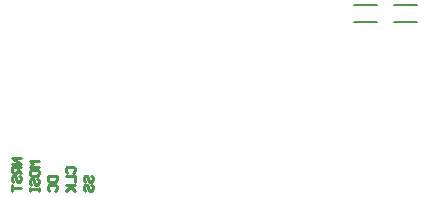
<source format=gbo>
G04*
G04 #@! TF.GenerationSoftware,Altium Limited,Altium Designer,21.9.1 (22)*
G04*
G04 Layer_Color=32896*
%FSLAX25Y25*%
%MOIN*%
G70*
G04*
G04 #@! TF.SameCoordinates,DC2D0AE7-CD98-4BDC-8897-A2E9BC7E3A80*
G04*
G04*
G04 #@! TF.FilePolarity,Positive*
G04*
G01*
G75*
%ADD11C,0.00787*%
%ADD12C,0.01000*%
D11*
X210260Y-60146D02*
X217740D01*
X210260Y-65854D02*
X217740D01*
X223504Y-60146D02*
X230984D01*
X223504Y-65854D02*
X230984D01*
D12*
X108001Y-117000D02*
X111000D01*
Y-118500D01*
X110500Y-118999D01*
X108501D01*
X108001Y-118500D01*
Y-117000D01*
X108501Y-121998D02*
X108001Y-121499D01*
Y-120499D01*
X108501Y-119999D01*
X110500D01*
X111000Y-120499D01*
Y-121499D01*
X110500Y-121998D01*
X99000Y-111000D02*
X96001D01*
X99000Y-112999D01*
X96001D01*
X99000Y-113999D02*
X96001D01*
Y-115499D01*
X96501Y-115998D01*
X97500D01*
X98000Y-115499D01*
Y-113999D01*
Y-114999D02*
X99000Y-115998D01*
X96501Y-118997D02*
X96001Y-118498D01*
Y-117498D01*
X96501Y-116998D01*
X97001D01*
X97500Y-117498D01*
Y-118498D01*
X98000Y-118997D01*
X98500D01*
X99000Y-118498D01*
Y-117498D01*
X98500Y-116998D01*
X96001Y-119997D02*
Y-121996D01*
Y-120997D01*
X99000D01*
X120501Y-118999D02*
X120001Y-118500D01*
Y-117500D01*
X120501Y-117000D01*
X121001D01*
X121501Y-117500D01*
Y-118500D01*
X122000Y-118999D01*
X122500D01*
X123000Y-118500D01*
Y-117500D01*
X122500Y-117000D01*
X120501Y-121998D02*
X120001Y-121499D01*
Y-120499D01*
X120501Y-119999D01*
X121001D01*
X121501Y-120499D01*
Y-121499D01*
X122000Y-121998D01*
X122500D01*
X123000Y-121499D01*
Y-120499D01*
X122500Y-119999D01*
X114501Y-115999D02*
X114001Y-115499D01*
Y-114500D01*
X114501Y-114000D01*
X116500D01*
X117000Y-114500D01*
Y-115499D01*
X116500Y-115999D01*
X114001Y-116999D02*
X117000D01*
Y-118998D01*
X114001Y-119998D02*
X117000D01*
X116000D01*
X114001Y-121997D01*
X115500Y-120498D01*
X117000Y-121997D01*
X105000Y-112000D02*
X102001D01*
X103001Y-113000D01*
X102001Y-113999D01*
X105000D01*
X102001Y-116499D02*
Y-115499D01*
X102501Y-114999D01*
X104500D01*
X105000Y-115499D01*
Y-116499D01*
X104500Y-116998D01*
X102501D01*
X102001Y-116499D01*
X102501Y-119997D02*
X102001Y-119498D01*
Y-118498D01*
X102501Y-117998D01*
X103001D01*
X103500Y-118498D01*
Y-119498D01*
X104000Y-119997D01*
X104500D01*
X105000Y-119498D01*
Y-118498D01*
X104500Y-117998D01*
X102001Y-120997D02*
Y-121997D01*
Y-121497D01*
X105000D01*
Y-120997D01*
Y-121997D01*
M02*

</source>
